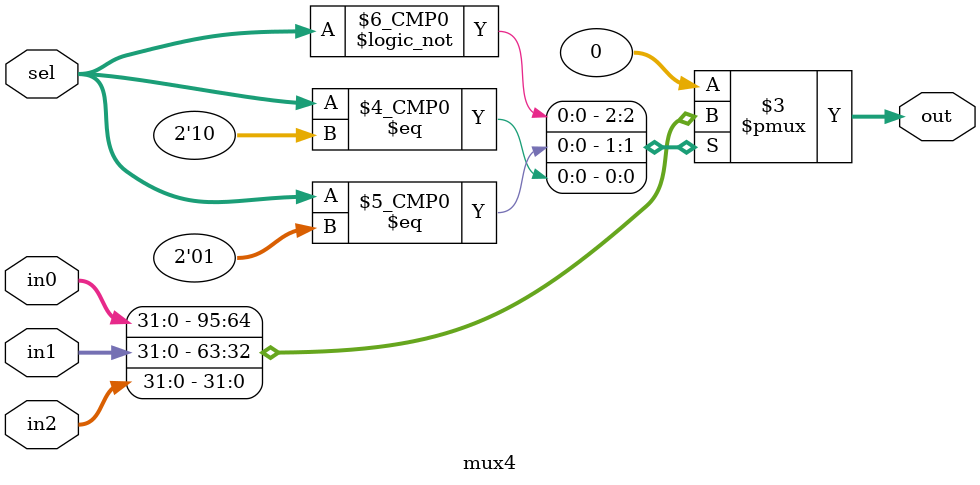
<source format=sv>
module mux4 #(
    DATA_WIDTH = 32
) (
    input   logic [DATA_WIDTH-1:0]  in0,
    input   logic [DATA_WIDTH-1:0]  in1,
    input   logic [DATA_WIDTH-1:0]  in2,
    input   logic [1:0]             sel,
    output  logic [DATA_WIDTH-1:0]  out
);

always_comb begin
    case (sel)
        2'b00: out = in0;
        2'b01: out = in1;
        2'b10: out = in2;
        default: out = {DATA_WIDTH{1'b0}};
    endcase
end


endmodule

</source>
